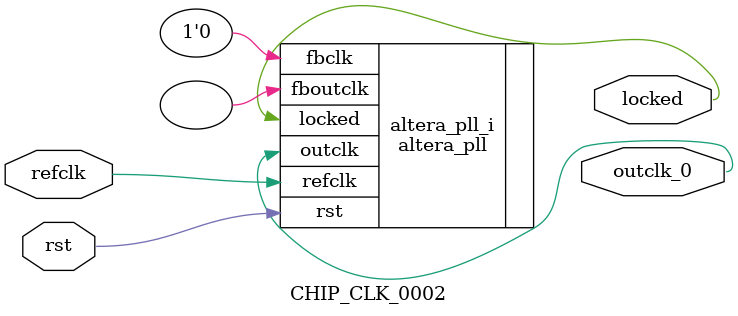
<source format=v>
`timescale 1ns/10ps
module  CHIP_CLK_0002(

	// interface 'refclk'
	input wire refclk,

	// interface 'reset'
	input wire rst,

	// interface 'outclk0'
	output wire outclk_0,

	// interface 'locked'
	output wire locked
);

	altera_pll #(
		.fractional_vco_multiplier("true"),
		.reference_clock_frequency("50.0 MHz"),
		.operation_mode("direct"),
		.number_of_clocks(1),
		.output_clock_frequency0("12.288000 MHz"),
		.phase_shift0("0 ps"),
		.duty_cycle0(50),
		.output_clock_frequency1("0 MHz"),
		.phase_shift1("0 ps"),
		.duty_cycle1(50),
		.output_clock_frequency2("0 MHz"),
		.phase_shift2("0 ps"),
		.duty_cycle2(50),
		.output_clock_frequency3("0 MHz"),
		.phase_shift3("0 ps"),
		.duty_cycle3(50),
		.output_clock_frequency4("0 MHz"),
		.phase_shift4("0 ps"),
		.duty_cycle4(50),
		.output_clock_frequency5("0 MHz"),
		.phase_shift5("0 ps"),
		.duty_cycle5(50),
		.output_clock_frequency6("0 MHz"),
		.phase_shift6("0 ps"),
		.duty_cycle6(50),
		.output_clock_frequency7("0 MHz"),
		.phase_shift7("0 ps"),
		.duty_cycle7(50),
		.output_clock_frequency8("0 MHz"),
		.phase_shift8("0 ps"),
		.duty_cycle8(50),
		.output_clock_frequency9("0 MHz"),
		.phase_shift9("0 ps"),
		.duty_cycle9(50),
		.output_clock_frequency10("0 MHz"),
		.phase_shift10("0 ps"),
		.duty_cycle10(50),
		.output_clock_frequency11("0 MHz"),
		.phase_shift11("0 ps"),
		.duty_cycle11(50),
		.output_clock_frequency12("0 MHz"),
		.phase_shift12("0 ps"),
		.duty_cycle12(50),
		.output_clock_frequency13("0 MHz"),
		.phase_shift13("0 ps"),
		.duty_cycle13(50),
		.output_clock_frequency14("0 MHz"),
		.phase_shift14("0 ps"),
		.duty_cycle14(50),
		.output_clock_frequency15("0 MHz"),
		.phase_shift15("0 ps"),
		.duty_cycle15(50),
		.output_clock_frequency16("0 MHz"),
		.phase_shift16("0 ps"),
		.duty_cycle16(50),
		.output_clock_frequency17("0 MHz"),
		.phase_shift17("0 ps"),
		.duty_cycle17(50),
		.pll_type("General"),
		.pll_subtype("General")
	) altera_pll_i (
		.rst	(rst),
		.outclk	({outclk_0}),
		.locked	(locked),
		.fboutclk	( ),
		.fbclk	(1'b0),
		.refclk	(refclk)
	);
endmodule


</source>
